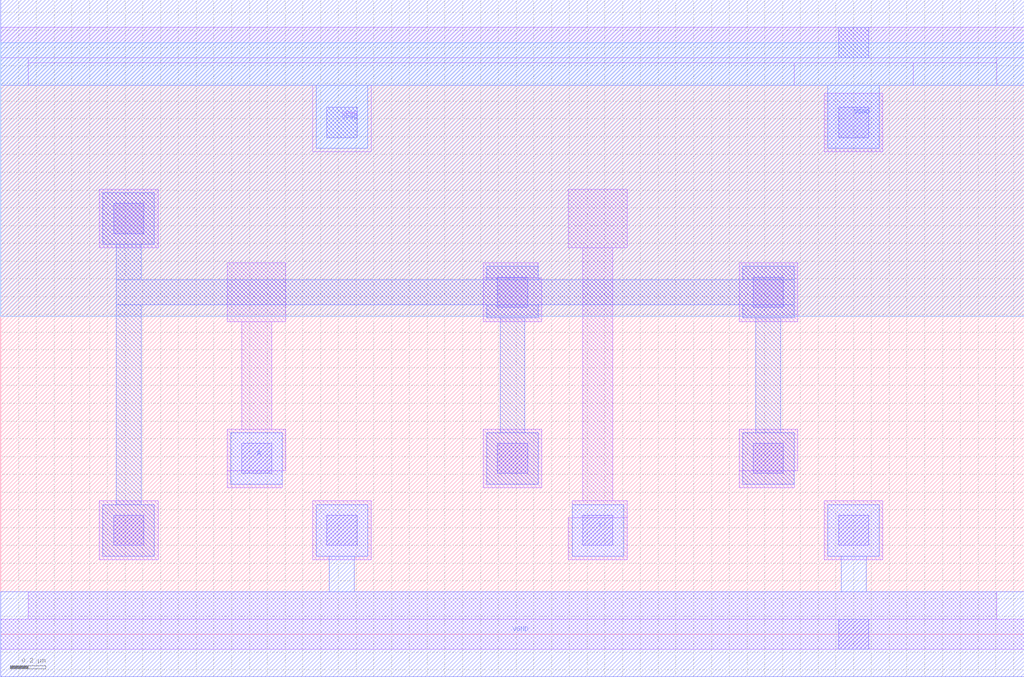
<source format=lef>
VERSION 5.7 ;
  NOWIREEXTENSIONATPIN ON ;
  DIVIDERCHAR "/" ;
  BUSBITCHARS "[]" ;
MACRO BUFX4
  CLASS CORE ;
  FOREIGN BUFX4 ;
  ORIGIN 0.000 0.000 ;
  SIZE 5.760 BY 3.330 ;
  SYMMETRY X Y ;
  SITE unit ;
  PIN A
    ANTENNAGATEAREA 0.189000 ;
    PORT
      LAYER met1 ;
        RECT 1.295 0.845 1.585 1.135 ;
    END
  END A
  PIN VGND
    ANTENNADIFFAREA 0.914200 ;
    PORT
      LAYER met1 ;
        RECT 1.775 0.440 2.065 0.730 ;
        RECT 4.655 0.440 4.945 0.730 ;
        RECT 1.850 0.240 1.990 0.440 ;
        RECT 4.730 0.240 4.870 0.440 ;
        RECT 0.000 -0.240 5.760 0.240 ;
    END
    PORT
      LAYER met1 ;
        RECT 0.000 3.090 5.760 3.570 ;
        RECT 1.775 2.735 2.065 3.090 ;
        RECT 4.655 2.735 4.945 3.090 ;
    END
  END VGND
  PIN VPWR
    ANTENNADIFFAREA 1.083600 ;
    PORT
      LAYER li1 ;
        RECT 0.000 3.245 5.760 3.415 ;
        RECT 0.155 3.215 5.605 3.245 ;
        RECT 0.155 3.090 4.465 3.215 ;
        RECT 5.135 3.090 5.605 3.215 ;
        RECT 1.755 2.715 2.085 3.090 ;
      LAYER mcon ;
        RECT 4.715 3.245 4.885 3.415 ;
        RECT 1.835 2.795 2.005 2.965 ;
    END
  END VPWR
  PIN Y
    ANTENNADIFFAREA 1.661650 ;
    PORT
      LAYER met1 ;
        RECT 3.215 0.440 3.505 0.730 ;
    END
  END Y
  OBS
      LAYER nwell ;
        RECT 0.000 1.790 5.760 3.330 ;
      LAYER li1 ;
        RECT 4.635 2.715 4.965 3.045 ;
        RECT 0.555 2.175 0.885 2.505 ;
        RECT 3.195 2.175 3.525 2.505 ;
        RECT 1.275 1.760 1.605 2.090 ;
        RECT 2.715 2.005 3.025 2.090 ;
        RECT 2.715 1.760 3.045 2.005 ;
        RECT 1.355 1.155 1.525 1.760 ;
        RECT 1.275 0.920 1.605 1.155 ;
        RECT 1.275 0.825 1.585 0.920 ;
        RECT 2.715 0.825 3.045 1.155 ;
        RECT 3.275 0.750 3.445 2.175 ;
        RECT 4.155 1.760 4.485 2.090 ;
        RECT 4.155 0.920 4.485 1.155 ;
        RECT 4.155 0.825 4.465 0.920 ;
        RECT 0.555 0.420 0.885 0.750 ;
        RECT 1.755 0.420 2.085 0.750 ;
        RECT 3.215 0.655 3.525 0.750 ;
        RECT 3.195 0.420 3.525 0.655 ;
        RECT 4.635 0.420 4.965 0.750 ;
        RECT 0.155 0.085 5.605 0.240 ;
        RECT 0.000 -0.085 5.760 0.085 ;
      LAYER mcon ;
        RECT 4.715 2.795 4.885 2.965 ;
        RECT 0.635 2.255 0.805 2.425 ;
        RECT 2.795 1.840 2.965 2.010 ;
        RECT 1.355 0.905 1.525 1.075 ;
        RECT 2.795 0.905 2.965 1.075 ;
        RECT 4.235 1.840 4.405 2.010 ;
        RECT 4.235 0.905 4.405 1.075 ;
        RECT 0.635 0.500 0.805 0.670 ;
        RECT 1.835 0.500 2.005 0.670 ;
        RECT 3.275 0.500 3.445 0.670 ;
        RECT 4.715 0.500 4.885 0.670 ;
        RECT 4.715 -0.085 4.885 0.085 ;
      LAYER met1 ;
        RECT 0.575 2.195 0.865 2.485 ;
        RECT 0.650 1.995 0.790 2.195 ;
        RECT 2.735 1.995 3.025 2.070 ;
        RECT 4.175 1.995 4.465 2.070 ;
        RECT 0.650 1.855 4.465 1.995 ;
        RECT 0.650 0.730 0.790 1.855 ;
        RECT 2.735 1.780 3.025 1.855 ;
        RECT 4.175 1.780 4.465 1.855 ;
        RECT 2.810 1.135 2.950 1.780 ;
        RECT 4.250 1.135 4.390 1.780 ;
        RECT 2.735 0.845 3.025 1.135 ;
        RECT 4.175 0.845 4.465 1.135 ;
        RECT 0.575 0.440 0.865 0.730 ;
  END
END BUFX4
END LIBRARY


</source>
